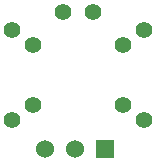
<source format=gbs>
G04 (created by PCBNEW (2013-07-07 BZR 4022)-stable) date 12/16/2014 6:59:02 PM*
%MOIN*%
G04 Gerber Fmt 3.4, Leading zero omitted, Abs format*
%FSLAX34Y34*%
G01*
G70*
G90*
G04 APERTURE LIST*
%ADD10C,0.00590551*%
%ADD11C,0.055*%
%ADD12R,0.06X0.06*%
%ADD13C,0.06*%
G04 APERTURE END LIST*
G54D10*
G54D11*
X79900Y-56400D03*
X79900Y-54400D03*
X76900Y-56400D03*
X76900Y-54400D03*
X80600Y-53900D03*
X80600Y-56900D03*
X76200Y-56900D03*
X76200Y-53900D03*
G54D12*
X79314Y-57874D03*
G54D13*
X78314Y-57874D03*
X77314Y-57874D03*
G54D11*
X77900Y-53300D03*
X78900Y-53300D03*
M02*

</source>
